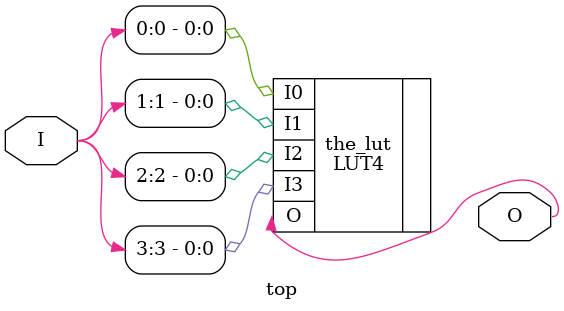
<source format=v>
module top(
  input  wire [3:0] I,
  output wire O
);

  LUT4 #(.INIT(0)) the_lut (
    .I0(I[0]),
    .I1(I[1]),
    .I2(I[2]),
    .I3(I[3]),
    .O(O)
  );

endmodule

</source>
